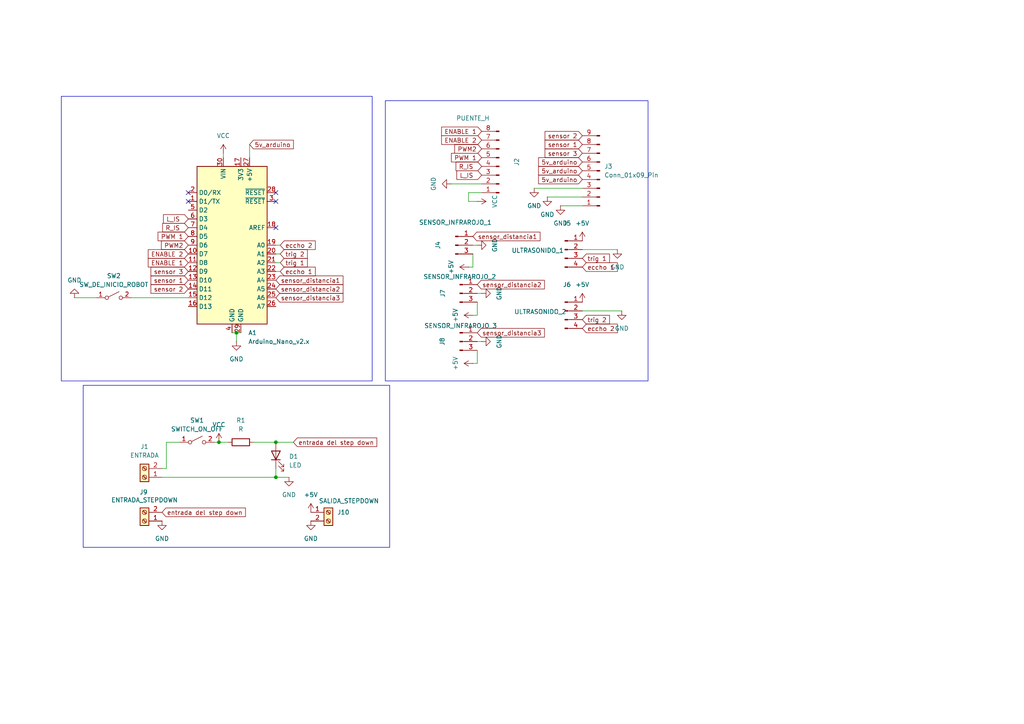
<source format=kicad_sch>
(kicad_sch (version 20250114) (generator "eeschema") (generator_version "9.0")
  (paper "A4")
  (lib_symbols
    (symbol "Connector:Conn_01x03_Pin" (pin_names (offset 1.016) (hide yes))
      (property "Reference" "J" (at 0 5.08 0))
      (property "Value" "Conn_01x03_Pin" (at 0 -5.08 0))
      (symbol "Conn_01x03_Pin_1_1"
        (rectangle (start 0.8636 2.667) (end 0 2.413) (stroke (width 0.1524)) (fill (type outline)))
        (rectangle (start 0.8636 0.127) (end 0 -0.127) (stroke (width 0.1524)) (fill (type outline)))
        (rectangle (start 0.8636 -2.413) (end 0 -2.667) (stroke (width 0.1524)) (fill (type outline)))
        (polyline (pts (xy 1.27 2.54) (xy 0.8636 2.54)) (stroke (width 0.1524)))
        (polyline (pts (xy 1.27 0) (xy 0.8636 0)) (stroke (width 0.1524)))
        (polyline (pts (xy 1.27 -2.54) (xy 0.8636 -2.54)) (stroke (width 0.1524)))
        (pin passive line (at 5.08 2.54 180) (length 3.81) (name "Pin_1") (number "1"))
        (pin passive line (at 5.08 0 180) (length 3.81) (name "Pin_2") (number "2"))
        (pin passive line (at 5.08 -2.54 180) (length 3.81) (name "Pin_3") (number "3"))
      )
    )
    (symbol "Connector:Conn_01x04_Pin" (pin_names (offset 1.016) (hide yes))
      (property "Reference" "J" (at 0 5.08 0))
      (property "Value" "Conn_01x04_Pin" (at 0 -7.62 0))
      (symbol "Conn_01x04_Pin_1_1"
        (rectangle (start 0.8636 2.667) (end 0 2.413) (stroke (width 0.1524)) (fill (type outline)))
        (rectangle (start 0.8636 0.127) (end 0 -0.127) (stroke (width 0.1524)) (fill (type outline)))
        (rectangle (start 0.8636 -2.413) (end 0 -2.667) (stroke (width 0.1524)) (fill (type outline)))
        (rectangle (start 0.8636 -4.953) (end 0 -5.207) (stroke (width 0.1524)) (fill (type outline)))
        (polyline (pts (xy 1.27 2.54) (xy 0.8636 2.54)) (stroke (width 0.1524)))
        (polyline (pts (xy 1.27 0) (xy 0.8636 0)) (stroke (width 0.1524)))
        (polyline (pts (xy 1.27 -2.54) (xy 0.8636 -2.54)) (stroke (width 0.1524)))
        (polyline (pts (xy 1.27 -5.08) (xy 0.8636 -5.08)) (stroke (width 0.1524)))
        (pin passive line (at 5.08 2.54 180) (length 3.81) (name "Pin_1") (number "1"))
        (pin passive line (at 5.08 0 180) (length 3.81) (name "Pin_2") (number "2"))
        (pin passive line (at 5.08 -2.54 180) (length 3.81) (name "Pin_3") (number "3"))
        (pin passive line (at 5.08 -5.08 180) (length 3.81) (name "Pin_4") (number "4"))
      )
    )
    (symbol "Connector:Conn_01x08_Pin" (pin_names (offset 1.016) (hide yes))
      (property "Reference" "J" (at 0 10.16 0))
      (property "Value" "Conn_01x08_Pin" (at 0 -12.7 0))
      (symbol "Conn_01x08_Pin_1_1"
        (rectangle (start 0.8636 7.747) (end 0 7.493) (stroke (width 0.1524)) (fill (type outline)))
        (rectangle (start 0.8636 5.207) (end 0 4.953) (stroke (width 0.1524)) (fill (type outline)))
        (rectangle (start 0.8636 2.667) (end 0 2.413) (stroke (width 0.1524)) (fill (type outline)))
        (rectangle (start 0.8636 0.127) (end 0 -0.127) (stroke (width 0.1524)) (fill (type outline)))
        (rectangle (start 0.8636 -2.413) (end 0 -2.667) (stroke (width 0.1524)) (fill (type outline)))
        (rectangle (start 0.8636 -4.953) (end 0 -5.207) (stroke (width 0.1524)) (fill (type outline)))
        (rectangle (start 0.8636 -7.493) (end 0 -7.747) (stroke (width 0.1524)) (fill (type outline)))
        (rectangle (start 0.8636 -10.033) (end 0 -10.287) (stroke (width 0.1524)) (fill (type outline)))
        (polyline (pts (xy 1.27 7.62) (xy 0.8636 7.62)) (stroke (width 0.1524)))
        (polyline (pts (xy 1.27 5.08) (xy 0.8636 5.08)) (stroke (width 0.1524)))
        (polyline (pts (xy 1.27 2.54) (xy 0.8636 2.54)) (stroke (width 0.1524)))
        (polyline (pts (xy 1.27 0) (xy 0.8636 0)) (stroke (width 0.1524)))
        (polyline (pts (xy 1.27 -2.54) (xy 0.8636 -2.54)) (stroke (width 0.1524)))
        (polyline (pts (xy 1.27 -5.08) (xy 0.8636 -5.08)) (stroke (width 0.1524)))
        (polyline (pts (xy 1.27 -7.62) (xy 0.8636 -7.62)) (stroke (width 0.1524)))
        (polyline (pts (xy 1.27 -10.16) (xy 0.8636 -10.16)) (stroke (width 0.1524)))
        (pin passive line (at 5.08 7.62 180) (length 3.81) (name "Pin_1") (number "1"))
        (pin passive line (at 5.08 5.08 180) (length 3.81) (name "Pin_2") (number "2"))
        (pin passive line (at 5.08 2.54 180) (length 3.81) (name "Pin_3") (number "3"))
        (pin passive line (at 5.08 0 180) (length 3.81) (name "Pin_4") (number "4"))
        (pin passive line (at 5.08 -2.54 180) (length 3.81) (name "Pin_5") (number "5"))
        (pin passive line (at 5.08 -5.08 180) (length 3.81) (name "Pin_6") (number "6"))
        (pin passive line (at 5.08 -7.62 180) (length 3.81) (name "Pin_7") (number "7"))
        (pin passive line (at 5.08 -10.16 180) (length 3.81) (name "Pin_8") (number "8"))
      )
    )
    (symbol "Connector:Conn_01x09_Pin" (pin_names (offset 1.016) (hide yes))
      (property "Reference" "J" (at 0 12.7 0))
      (property "Value" "Conn_01x09_Pin" (at 0 -12.7 0))
      (symbol "Conn_01x09_Pin_1_1"
        (rectangle (start 0.8636 10.287) (end 0 10.033) (stroke (width 0.1524)) (fill (type outline)))
        (rectangle (start 0.8636 7.747) (end 0 7.493) (stroke (width 0.1524)) (fill (type outline)))
        (rectangle (start 0.8636 5.207) (end 0 4.953) (stroke (width 0.1524)) (fill (type outline)))
        (rectangle (start 0.8636 2.667) (end 0 2.413) (stroke (width 0.1524)) (fill (type outline)))
        (rectangle (start 0.8636 0.127) (end 0 -0.127) (stroke (width 0.1524)) (fill (type outline)))
        (rectangle (start 0.8636 -2.413) (end 0 -2.667) (stroke (width 0.1524)) (fill (type outline)))
        (rectangle (start 0.8636 -4.953) (end 0 -5.207) (stroke (width 0.1524)) (fill (type outline)))
        (rectangle (start 0.8636 -7.493) (end 0 -7.747) (stroke (width 0.1524)) (fill (type outline)))
        (rectangle (start 0.8636 -10.033) (end 0 -10.287) (stroke (width 0.1524)) (fill (type outline)))
        (polyline (pts (xy 1.27 10.16) (xy 0.8636 10.16)) (stroke (width 0.1524)))
        (polyline (pts (xy 1.27 7.62) (xy 0.8636 7.62)) (stroke (width 0.1524)))
        (polyline (pts (xy 1.27 5.08) (xy 0.8636 5.08)) (stroke (width 0.1524)))
        (polyline (pts (xy 1.27 2.54) (xy 0.8636 2.54)) (stroke (width 0.1524)))
        (polyline (pts (xy 1.27 0) (xy 0.8636 0)) (stroke (width 0.1524)))
        (polyline (pts (xy 1.27 -2.54) (xy 0.8636 -2.54)) (stroke (width 0.1524)))
        (polyline (pts (xy 1.27 -5.08) (xy 0.8636 -5.08)) (stroke (width 0.1524)))
        (polyline (pts (xy 1.27 -7.62) (xy 0.8636 -7.62)) (stroke (width 0.1524)))
        (polyline (pts (xy 1.27 -10.16) (xy 0.8636 -10.16)) (stroke (width 0.1524)))
        (pin passive line (at 5.08 10.16 180) (length 3.81) (name "Pin_1") (number "1"))
        (pin passive line (at 5.08 7.62 180) (length 3.81) (name "Pin_2") (number "2"))
        (pin passive line (at 5.08 5.08 180) (length 3.81) (name "Pin_3") (number "3"))
        (pin passive line (at 5.08 2.54 180) (length 3.81) (name "Pin_4") (number "4"))
        (pin passive line (at 5.08 0 180) (length 3.81) (name "Pin_5") (number "5"))
        (pin passive line (at 5.08 -2.54 180) (length 3.81) (name "Pin_6") (number "6"))
        (pin passive line (at 5.08 -5.08 180) (length 3.81) (name "Pin_7") (number "7"))
        (pin passive line (at 5.08 -7.62 180) (length 3.81) (name "Pin_8") (number "8"))
        (pin passive line (at 5.08 -10.16 180) (length 3.81) (name "Pin_9") (number "9"))
      )
    )
    (symbol "Connector:Screw_Terminal_01x02" (pin_names (offset 1.016) (hide yes))
      (property "Reference" "J" (at 0 2.54 0))
      (property "Value" "Screw_Terminal_01x02" (at 0 -5.08 0))
      (symbol "Screw_Terminal_01x02_1_1"
        (rectangle (start -1.27 1.27) (end 1.27 -3.81) (stroke (width 0.254)) (fill (type background)))
        (polyline (pts (xy -0.5334 0.3302) (xy 0.3302 -0.508)) (stroke (width 0.1524)))
        (polyline (pts (xy -0.5334 -2.2098) (xy 0.3302 -3.048)) (stroke (width 0.1524)))
        (polyline (pts (xy -0.3556 0.508) (xy 0.508 -0.3302)) (stroke (width 0.1524)))
        (polyline (pts (xy -0.3556 -2.032) (xy 0.508 -2.8702)) (stroke (width 0.1524)))
        (circle (center 0 0) (radius 0.635) (stroke (width 0.1524)))
        (circle (center 0 -2.54) (radius 0.635) (stroke (width 0.1524)))
        (pin passive line (at -5.08 0 0) (length 3.81) (name "Pin_1") (number "1"))
        (pin passive line (at -5.08 -2.54 0) (length 3.81) (name "Pin_2") (number "2"))
      )
    )
    (symbol "Device:LED" (pin_numbers (hide yes)) (pin_names (offset 1.016) (hide yes))
      (property "Reference" "D" (at 0 2.54 0))
      (property "Value" "LED" (at 0 -2.54 0))
      (symbol "LED_0_1"
        (polyline (pts (xy -3.048 -0.762) (xy -4.572 -2.286) (xy -3.81 -2.286) (xy -4.572 -2.286) (xy -4.572 -1.524)))
        (polyline (pts (xy -1.778 -0.762) (xy -3.302 -2.286) (xy -2.54 -2.286) (xy -3.302 -2.286) (xy -3.302 -1.524)))
        (polyline (pts (xy -1.27 0) (xy 1.27 0)))
        (polyline (pts (xy -1.27 -1.27) (xy -1.27 1.27)) (stroke (width 0.254)))
        (polyline (pts (xy 1.27 -1.27) (xy 1.27 1.27) (xy -1.27 0) (xy 1.27 -1.27)) (stroke (width 0.254)))
      )
      (symbol "LED_1_1"
        (pin passive line (at -3.81 0 0) (length 2.54) (name "K") (number "1"))
        (pin passive line (at 3.81 0 180) (length 2.54) (name "A") (number "2"))
      )
    )
    (symbol "Device:R" (pin_numbers (hide yes)) (pin_names (offset 0))
      (property "Reference" "R" (at 2.032 0 90))
      (property "Value" "R" (at 0 0 90))
      (symbol "R_0_1"
        (rectangle (start -1.016 -2.54) (end 1.016 2.54) (stroke (width 0.254)))
      )
      (symbol "R_1_1"
        (pin passive line (at 0 3.81 270) (length 1.27) (name "~") (number "1"))
        (pin passive line (at 0 -3.81 90) (length 1.27) (name "~") (number "2"))
      )
    )
    (symbol "MCU_Module:Arduino_Nano_v2.x"
      (property "Reference" "A" (at -10.16 23.495 0))
      (property "Value" "Arduino_Nano_v2.x" (at 5.08 -24.13 0))
      (symbol "Arduino_Nano_v2.x_0_1"
        (rectangle (start -10.16 22.86) (end 10.16 -22.86) (stroke (width 0.254)) (fill (type background)))
      )
      (symbol "Arduino_Nano_v2.x_1_1"
        (pin bidirectional line (at -12.7 15.24 0) (length 2.54) (name "D0/RX") (number "2"))
        (pin bidirectional line (at -12.7 12.7 0) (length 2.54) (name "D1/TX") (number "1"))
        (pin bidirectional line (at -12.7 10.16 0) (length 2.54) (name "D2") (number "5"))
        (pin bidirectional line (at -12.7 7.62 0) (length 2.54) (name "D3") (number "6"))
        (pin bidirectional line (at -12.7 5.08 0) (length 2.54) (name "D4") (number "7"))
        (pin bidirectional line (at -12.7 2.54 0) (length 2.54) (name "D5") (number "8"))
        (pin bidirectional line (at -12.7 0 0) (length 2.54) (name "D6") (number "9"))
        (pin bidirectional line (at -12.7 -2.54 0) (length 2.54) (name "D7") (number "10"))
        (pin bidirectional line (at -12.7 -5.08 0) (length 2.54) (name "D8") (number "11"))
        (pin bidirectional line (at -12.7 -7.62 0) (length 2.54) (name "D9") (number "12"))
        (pin bidirectional line (at -12.7 -10.16 0) (length 2.54) (name "D10") (number "13"))
        (pin bidirectional line (at -12.7 -12.7 0) (length 2.54) (name "D11") (number "14"))
        (pin bidirectional line (at -12.7 -15.24 0) (length 2.54) (name "D12") (number "15"))
        (pin bidirectional line (at -12.7 -17.78 0) (length 2.54) (name "D13") (number "16"))
        (pin power_in line (at -2.54 25.4 270) (length 2.54) (name "VIN") (number "30"))
        (pin power_in line (at 0 -25.4 90) (length 2.54) (name "GND") (number "4"))
        (pin power_out line (at 2.54 25.4 270) (length 2.54) (name "3V3") (number "17"))
        (pin power_in line (at 2.54 -25.4 90) (length 2.54) (name "GND") (number "29"))
        (pin power_out line (at 5.08 25.4 270) (length 2.54) (name "+5V") (number "27"))
        (pin input line (at 12.7 15.24 180) (length 2.54) (name "~{RESET}") (number "28"))
        (pin input line (at 12.7 12.7 180) (length 2.54) (name "~{RESET}") (number "3"))
        (pin input line (at 12.7 5.08 180) (length 2.54) (name "AREF") (number "18"))
        (pin bidirectional line (at 12.7 0 180) (length 2.54) (name "A0") (number "19"))
        (pin bidirectional line (at 12.7 -2.54 180) (length 2.54) (name "A1") (number "20"))
        (pin bidirectional line (at 12.7 -5.08 180) (length 2.54) (name "A2") (number "21"))
        (pin bidirectional line (at 12.7 -7.62 180) (length 2.54) (name "A3") (number "22"))
        (pin bidirectional line (at 12.7 -10.16 180) (length 2.54) (name "A4") (number "23"))
        (pin bidirectional line (at 12.7 -12.7 180) (length 2.54) (name "A5") (number "24"))
        (pin bidirectional line (at 12.7 -15.24 180) (length 2.54) (name "A6") (number "25"))
        (pin bidirectional line (at 12.7 -17.78 180) (length 2.54) (name "A7") (number "26"))
      )
    )
    (symbol "Switch:SW_SPST" (pin_names (offset 0) (hide yes))
      (property "Reference" "SW" (at 0 3.175 0))
      (property "Value" "SW_SPST" (at 0 -2.54 0))
      (symbol "SW_SPST_0_0"
        (circle (center -2.032 0) (radius 0.508))
        (polyline (pts (xy -1.524 0.254) (xy 1.524 1.778)))
        (circle (center 2.032 0) (radius 0.508))
      )
      (symbol "SW_SPST_1_1"
        (pin passive line (at -5.08 0 0) (length 2.54) (name "A") (number "1"))
        (pin passive line (at 5.08 0 180) (length 2.54) (name "B") (number "2"))
      )
    )
    (symbol "power:+5V" (power) (pin_numbers (hide yes)) (pin_names (offset 0) (hide yes))
      (property "Value" "+5V" (at 0 3.556 0))
      (symbol "+5V_0_1"
        (polyline (pts (xy -0.762 1.27) (xy 0 2.54)))
        (polyline (pts (xy 0 2.54) (xy 0.762 1.27)))
        (polyline (pts (xy 0 0) (xy 0 2.54)))
      )
      (symbol "+5V_1_1"
        (pin power_in line (at 0 0 90) (length 0) (name "~") (number "1"))
      )
    )
    (symbol "power:GND" (power) (pin_numbers (hide yes)) (pin_names (offset 0) (hide yes))
      (property "Value" "GND" (at 0 -3.81 0))
      (symbol "GND_0_1"
        (polyline (pts (xy 0 0) (xy 0 -1.27) (xy 1.27 -1.27) (xy 0 -2.54) (xy -1.27 -1.27) (xy 0 -1.27)))
      )
      (symbol "GND_1_1"
        (pin power_in line (at 0 0 270) (length 0) (name "~") (number "1"))
      )
    )
    (symbol "power:VCC" (power) (pin_numbers (hide yes)) (pin_names (offset 0) (hide yes))
      (property "Value" "VCC" (at 0 3.556 0))
      (symbol "VCC_0_1"
        (polyline (pts (xy -0.762 1.27) (xy 0 2.54)))
        (polyline (pts (xy 0 2.54) (xy 0.762 1.27)))
        (polyline (pts (xy 0 0) (xy 0 2.54)))
      )
      (symbol "VCC_1_1"
        (pin power_in line (at 0 0 90) (length 0) (name "~") (number "1"))
      )
    )
  )
  (rectangle (start 17.78 27.94) (end 107.95 110.49))
  (rectangle (start 111.76 29.21) (end 187.96 110.49))
  (rectangle (start 24.13 111.76) (end 113.03 158.75))
  (junction (at 68.58 96.52))
  (junction (at 63.5 128.27))
  (junction (at 80.01 128.27))
  (junction (at 80.01 138.43))
  (no_connect (at 80.01 66.04))
  (no_connect (at 54.61 55.88))
  (no_connect (at 80.01 58.42))
  (no_connect (at 54.61 58.42))
  (no_connect (at 80.01 55.88))
  (wire (pts (xy 69.85 96.52) (xy 68.58 96.52)))
  (wire (pts (xy 138.43 105.41) (xy 138.43 101.6)))
  (wire (pts (xy 138.43 91.44) (xy 138.43 87.63)))
  (wire (pts (xy 139.7 85.09) (xy 138.43 85.09)))
  (wire (pts (xy 62.23 128.27) (xy 63.5 128.27)))
  (wire (pts (xy 83.82 138.43) (xy 80.01 138.43)))
  (wire (pts (xy 135.89 55.88) (xy 135.89 58.42)))
  (wire (pts (xy 64.77 44.45) (xy 64.77 45.72)))
  (wire (pts (xy 154.94 54.61) (xy 168.91 54.61)))
  (wire (pts (xy 73.66 128.27) (xy 80.01 128.27)))
  (wire (pts (xy 137.16 105.41) (xy 138.43 105.41)))
  (wire (pts (xy 48.26 135.89) (xy 46.99 135.89)))
  (wire (pts (xy 158.75 57.15) (xy 168.91 57.15)))
  (wire (pts (xy 135.89 58.42) (xy 138.43 58.42)))
  (wire (pts (xy 46.99 138.43) (xy 80.01 138.43)))
  (wire (pts (xy 85.09 128.27) (xy 80.01 128.27)))
  (wire (pts (xy 38.1 86.36) (xy 54.61 86.36)))
  (wire (pts (xy 48.26 128.27) (xy 48.26 135.89)))
  (wire (pts (xy 63.5 128.27) (xy 66.04 128.27)))
  (wire (pts (xy 137.16 91.44) (xy 138.43 91.44)))
  (wire (pts (xy 139.7 99.06) (xy 138.43 99.06)))
  (wire (pts (xy 72.39 41.91) (xy 72.39 45.72)))
  (wire (pts (xy 137.16 77.47) (xy 137.16 73.66)))
  (wire (pts (xy 52.07 128.27) (xy 48.26 128.27)))
  (wire (pts (xy 27.94 86.36) (xy 21.59 86.36)))
  (wire (pts (xy 80.01 78.74) (xy 81.28 78.74)))
  (wire (pts (xy 68.58 96.52) (xy 67.31 96.52)))
  (wire (pts (xy 68.58 99.06) (xy 68.58 96.52)))
  (wire (pts (xy 80.01 76.2) (xy 81.28 76.2)))
  (wire (pts (xy 80.01 73.66) (xy 81.28 73.66)))
  (wire (pts (xy 130.81 53.34) (xy 139.7 53.34)))
  (wire (pts (xy 135.89 77.47) (xy 137.16 77.47)))
  (wire (pts (xy 180.34 90.17) (xy 168.91 90.17)))
  (wire (pts (xy 135.89 55.88) (xy 139.7 55.88)))
  (wire (pts (xy 179.07 72.39) (xy 168.91 72.39)))
  (wire (pts (xy 80.01 135.89) (xy 80.01 138.43)))
  (wire (pts (xy 138.43 71.12) (xy 137.16 71.12)))
  (wire (pts (xy 162.56 59.69) (xy 168.91 59.69)))
  (wire (pts (xy 80.01 71.12) (xy 81.28 71.12)))
  (global_label "sensor 2" (shape input) (at 54.61 83.82 180) (property "Intersheetrefs" "${INTERSHEET_REFS}" (effects (hide yes))))
  (global_label "entrada del step down" (shape input) (at 85.09 128.27 0) (property "Intersheetrefs" "${INTERSHEET_REFS}" (effects (hide yes))))
  (global_label "sensor_distancia3" (shape input) (at 80.01 86.36 0) (property "Intersheetrefs" "${INTERSHEET_REFS}" (effects (hide yes))))
  (global_label "sensor 3" (shape input) (at 54.61 78.74 180) (property "Intersheetrefs" "${INTERSHEET_REFS}" (effects (hide yes))))
  (global_label "L_IS " (shape input) (at 54.61 63.5 180) (property "Intersheetrefs" "${INTERSHEET_REFS}" (effects (hide yes))))
  (global_label "eccho 1" (shape input) (at 168.91 77.47 0) (property "Intersheetrefs" "${INTERSHEET_REFS}" (effects (hide yes))))
  (global_label "R_IS " (shape input) (at 139.7 48.26 180) (property "Intersheetrefs" "${INTERSHEET_REFS}" (effects (hide yes))))
  (global_label "ENABLE 2" (shape input) (at 54.61 73.66 180) (property "Intersheetrefs" "${INTERSHEET_REFS}" (effects (hide yes))))
  (global_label "sensor_distancia1" (shape input) (at 80.01 81.28 0) (property "Intersheetrefs" "${INTERSHEET_REFS}" (effects (hide yes))))
  (global_label "trig 1" (shape input) (at 168.91 74.93 0) (property "Intersheetrefs" "${INTERSHEET_REFS}" (effects (hide yes))))
  (global_label "sensor_distancia1" (shape input) (at 137.16 68.58 0) (property "Intersheetrefs" "${INTERSHEET_REFS}" (effects (hide yes))))
  (global_label "PWM 1" (shape input) (at 139.7 45.72 180) (property "Intersheetrefs" "${INTERSHEET_REFS}" (effects (hide yes))))
  (global_label "PWM 1" (shape input) (at 54.61 68.58 180) (property "Intersheetrefs" "${INTERSHEET_REFS}" (effects (hide yes))))
  (global_label "sensor_distancia2" (shape input) (at 80.01 83.82 0) (property "Intersheetrefs" "${INTERSHEET_REFS}" (effects (hide yes))))
  (global_label "entrada del step down" (shape input) (at 46.99 148.59 0) (property "Intersheetrefs" "${INTERSHEET_REFS}" (effects (hide yes))))
  (global_label "R_IS " (shape input) (at 54.61 66.04 180) (property "Intersheetrefs" "${INTERSHEET_REFS}" (effects (hide yes))))
  (global_label "trig 1" (shape input) (at 81.28 76.2 0) (property "Intersheetrefs" "${INTERSHEET_REFS}" (effects (hide yes))))
  (global_label "eccho 1" (shape input) (at 81.28 78.74 0) (property "Intersheetrefs" "${INTERSHEET_REFS}" (effects (hide yes))))
  (global_label "ENABLE 1" (shape input) (at 54.61 76.2 180) (property "Intersheetrefs" "${INTERSHEET_REFS}" (effects (hide yes))))
  (global_label "PWM2" (shape input) (at 54.61 71.12 180) (property "Intersheetrefs" "${INTERSHEET_REFS}" (effects (hide yes))))
  (global_label "L_IS " (shape input) (at 139.7 50.8 180) (property "Intersheetrefs" "${INTERSHEET_REFS}" (effects (hide yes))))
  (global_label "5v_arduino" (shape input) (at 72.39 41.91 0) (property "Intersheetrefs" "${INTERSHEET_REFS}" (effects (hide yes))))
  (global_label "sensor 3" (shape input) (at 168.91 44.45 180) (property "Intersheetrefs" "${INTERSHEET_REFS}" (effects (hide yes))))
  (global_label "eccho 2" (shape input) (at 81.28 71.12 0) (property "Intersheetrefs" "${INTERSHEET_REFS}" (effects (hide yes))))
  (global_label "sensor_distancia3" (shape input) (at 138.43 96.52 0) (property "Intersheetrefs" "${INTERSHEET_REFS}" (effects (hide yes))))
  (global_label "ENABLE 1" (shape input) (at 139.7 38.1 180) (property "Intersheetrefs" "${INTERSHEET_REFS}" (effects (hide yes))))
  (global_label "trig 2" (shape input) (at 81.28 73.66 0) (property "Intersheetrefs" "${INTERSHEET_REFS}" (effects (hide yes))))
  (global_label "sensor 1" (shape input) (at 168.91 41.91 180) (property "Intersheetrefs" "${INTERSHEET_REFS}" (effects (hide yes))))
  (global_label "PWM2" (shape input) (at 139.7 43.18 180) (property "Intersheetrefs" "${INTERSHEET_REFS}" (effects (hide yes))))
  (global_label "5v_arduino" (shape input) (at 168.91 46.99 180) (property "Intersheetrefs" "${INTERSHEET_REFS}" (effects (hide yes))))
  (global_label "5v_arduino" (shape input) (at 168.91 52.07 180) (property "Intersheetrefs" "${INTERSHEET_REFS}" (effects (hide yes))))
  (global_label "trig 2" (shape input) (at 168.91 92.71 0) (property "Intersheetrefs" "${INTERSHEET_REFS}" (effects (hide yes))))
  (global_label "sensor 1" (shape input) (at 54.61 81.28 180) (property "Intersheetrefs" "${INTERSHEET_REFS}" (effects (hide yes))))
  (global_label "sensor 2" (shape input) (at 168.91 39.37 180) (property "Intersheetrefs" "${INTERSHEET_REFS}" (effects (hide yes))))
  (global_label "5v_arduino" (shape input) (at 168.91 49.53 180) (property "Intersheetrefs" "${INTERSHEET_REFS}" (effects (hide yes))))
  (global_label "ENABLE 2" (shape input) (at 139.7 40.64 180) (property "Intersheetrefs" "${INTERSHEET_REFS}" (effects (hide yes))))
  (global_label "eccho 2" (shape input) (at 168.91 95.25 0) (property "Intersheetrefs" "${INTERSHEET_REFS}" (effects (hide yes))))
  (global_label "sensor_distancia2" (shape input) (at 138.43 82.55 0) (property "Intersheetrefs" "${INTERSHEET_REFS}" (effects (hide yes))))
  (symbol (lib_id "power:GND") (at 46.99 151.13 0) (unit 1)
    (property "Reference" "#PWR06" (effects (hide yes)))
    (property "Value" "GND" (at 46.99 156.21 0))
    (property "Description" "Power symbol creates a global label with name \"GND\" , ground" (effects (hide yes)))
  )
  (symbol (lib_id "Connector:Conn_01x08_Pin") (at 144.78 48.26 180) (unit 1)
    (property "Reference" "J2" (at 149.86 46.99 90))
    (property "Value" "PUENTE_H" (at 137.16 34.29 0))
    (property "Footprint" "Connector_PinSocket_2.54mm:PinSocket_1x08_P2.54mm_Vertical" (effects (hide yes)))
    (property "Description" "Generic connector, single row, 01x08, script generated" (effects (hide yes)))
  )
  (symbol (lib_id "MCU_Module:Arduino_Nano_v2.x") (at 67.31 71.12 0) (unit 1)
    (property "Reference" "A1" (at 71.9933 96.52 0) (effects (justify left)))
    (property "Value" "Arduino_Nano_v2.x" (at 71.9933 99.06 0) (effects (justify left)))
    (property "Footprint" "Module:Arduino_Nano" (effects (hide yes)))
    (property "Datasheet" "https://www.arduino.cc/en/uploads/Main/ArduinoNanoManual23.pdf" (effects (hide yes)))
    (property "Description" "Arduino Nano v2.x" (effects (hide yes)))
  )
  (symbol (lib_id "power:+5V") (at 168.91 69.85 0) (unit 1)
    (property "Reference" "#PWR016" (effects (hide yes)))
    (property "Value" "+5V" (at 168.91 64.77 0))
    (property "Description" "Power symbol creates a global label with name \"+5V\"" (effects (hide yes)))
  )
  (symbol (lib_id "Connector:Conn_01x09_Pin") (at 173.99 49.53 180) (unit 1)
    (property "Reference" "J3" (at 175.26 48.2599 0) (effects (justify right)))
    (property "Value" "Conn_01x09_Pin" (at 175.26 50.7999 0) (effects (justify right)))
    (property "Footprint" "Connector_PinSocket_2.54mm:PinSocket_1x09_P2.54mm_Vertical" (effects (hide yes)))
    (property "Description" "Generic connector, single row, 01x09, script generated" (effects (hide yes)))
  )
  (symbol (lib_id "power:+5V") (at 137.16 105.41 90) (unit 1)
    (property "Reference" "#PWR019" (effects (hide yes)))
    (property "Value" "+5V" (at 132.08 105.41 0))
    (property "Description" "Power symbol creates a global label with name \"+5V\"" (effects (hide yes)))
  )
  (symbol (lib_id "power:GND") (at 139.7 85.09 90) (unit 1)
    (property "Reference" "#PWR018" (effects (hide yes)))
    (property "Value" "GND" (at 144.78 85.09 0))
    (property "Description" "Power symbol creates a global label with name \"GND\" , ground" (effects (hide yes)))
  )
  (symbol (lib_id "Switch:SW_SPST") (at 33.02 86.36 0) (unit 1)
    (property "Reference" "SW2" (at 33.02 80.01 0))
    (property "Value" "SW_DE_INICIO_ROBOT" (at 33.02 82.55 0))
    (property "Footprint" "Button_Switch_THT:SW_Tactile_Straight_KSA0Axx1LFTR" (effects (hide yes)))
    (property "Description" "Single Pole Single Throw (SPST) switch" (effects (hide yes)))
  )
  (symbol (lib_id "Connector:Conn_01x03_Pin") (at 133.35 85.09 0) (unit 1)
    (property "Reference" "J7" (at 128.4082 85.09 90))
    (property "Value" "SENSOR_INFRAROJO_2" (at 133.35 80.264 0))
    (property "Footprint" "Connector_PinSocket_2.54mm:PinSocket_1x03_P2.54mm_Vertical" (effects (hide yes)))
    (property "Description" "Generic connector, single row, 01x03, script generated" (effects (hide yes)))
  )
  (symbol (lib_id "Switch:SW_SPST") (at 57.15 128.27 0) (unit 1)
    (property "Reference" "SW1" (at 57.15 121.92 0))
    (property "Value" "SWITCH_ON_OFF" (at 57.15 124.46 0))
    (property "Footprint" "llave depalanca:SW_100SP1T1B1M1QEH" (effects (hide yes)))
    (property "Description" "Single Pole Single Throw (SPST) switch" (effects (hide yes)))
  )
  (symbol (lib_id "power:GND") (at 154.94 54.61 0) (unit 1)
    (property "Reference" "#PWR08" (effects (hide yes)))
    (property "Value" "GND" (at 154.94 59.69 0))
    (property "Description" "Power symbol creates a global label with name \"GND\" , ground" (effects (hide yes)))
  )
  (symbol (lib_id "power:GND") (at 90.17 151.13 0) (unit 1)
    (property "Reference" "#PWR023" (effects (hide yes)))
    (property "Value" "GND" (at 90.17 156.21 0))
    (property "Description" "Power symbol creates a global label with name \"GND\" , ground" (effects (hide yes)))
  )
  (symbol (lib_id "Connector:Screw_Terminal_01x02") (at 41.91 151.13 180) (unit 1)
    (property "Reference" "J9" (at 41.656 142.748 0))
    (property "Value" "ENTRADA_STEPDOWN" (at 41.91 145.034 0))
    (property "Footprint" "TerminalBlock:TerminalBlock_Altech_AK300-2_P5.00mm" (effects (hide yes)))
    (property "Description" "Generic screw terminal, single row, 01x02, script generated (kicad-library-utils/schlib/autogen/connector/)" (effects (hide yes)))
  )
  (symbol (lib_id "Device:LED") (at 80.01 132.08 90) (unit 1)
    (property "Reference" "D1" (at 83.82 132.3974 90) (effects (justify right)))
    (property "Value" "LED" (at 83.82 134.9374 90) (effects (justify right)))
    (property "Footprint" "Inductor_SMD:L_0805_2012Metric_Pad1.15x1.40mm_HandSolder" (effects (hide yes)))
    (property "Description" "Light emitting diode" (effects (hide yes)))
    (property "Sim.Pins" "1=K 2=A" (effects (hide yes)))
  )
  (symbol (lib_id "Connector:Conn_01x04_Pin") (at 163.83 72.39 0) (unit 1)
    (property "Reference" "J5" (at 164.465 64.77 0))
    (property "Value" "ULTRASONIDO_1" (at 155.956 72.644 0))
    (property "Footprint" "Connector_PinHeader_2.54mm:PinHeader_1x04_P2.54mm_Vertical" (effects (hide yes)))
    (property "Description" "Generic connector, single row, 01x04, script generated" (effects (hide yes)))
  )
  (symbol (lib_id "power:GND") (at 158.75 57.15 0) (unit 1)
    (property "Reference" "#PWR013" (effects (hide yes)))
    (property "Value" "GND" (at 158.75 62.23 0))
    (property "Description" "Power symbol creates a global label with name \"GND\" , ground" (effects (hide yes)))
  )
  (symbol (lib_id "Connector:Screw_Terminal_01x02") (at 95.25 148.59 0) (unit 1)
    (property "Reference" "J10" (at 97.79 148.5899 0) (effects (justify left)))
    (property "Value" "SALIDA_STEPDOWN" (at 92.456 145.288 0) (effects (justify left)))
    (property "Footprint" "TerminalBlock:TerminalBlock_Altech_AK300-2_P5.00mm" (effects (hide yes)))
    (property "Description" "Generic screw terminal, single row, 01x02, script generated (kicad-library-utils/schlib/autogen/connector/)" (effects (hide yes)))
  )
  (symbol (lib_id "power:VCC") (at 63.5 128.27 0) (unit 1)
    (property "Reference" "#PWR010" (effects (hide yes)))
    (property "Value" "VCC" (at 63.5 123.19 0))
    (property "Description" "Power symbol creates a global label with name \"VCC\"" (effects (hide yes)))
  )
  (symbol (lib_id "power:GND") (at 68.58 99.06 0) (unit 1)
    (property "Reference" "#PWR05" (effects (hide yes)))
    (property "Value" "GND" (at 68.58 104.14 0))
    (property "Description" "Power symbol creates a global label with name \"GND\" , ground" (effects (hide yes)))
  )
  (symbol (lib_id "power:+5V") (at 137.16 91.44 90) (unit 1)
    (property "Reference" "#PWR017" (effects (hide yes)))
    (property "Value" "+5V" (at 132.08 91.44 0))
    (property "Description" "Power symbol creates a global label with name \"+5V\"" (effects (hide yes)))
  )
  (symbol (lib_id "power:GND") (at 130.81 53.34 270) (unit 1)
    (property "Reference" "#PWR01" (effects (hide yes)))
    (property "Value" "GND" (at 125.73 53.34 0))
    (property "Description" "Power symbol creates a global label with name \"GND\" , ground" (effects (hide yes)))
  )
  (symbol (lib_id "power:GND") (at 139.7 99.06 90) (unit 1)
    (property "Reference" "#PWR020" (effects (hide yes)))
    (property "Value" "GND" (at 144.78 99.06 0))
    (property "Description" "Power symbol creates a global label with name \"GND\" , ground" (effects (hide yes)))
  )
  (symbol (lib_id "power:GND") (at 83.82 138.43 0) (unit 1)
    (property "Reference" "#PWR04" (effects (hide yes)))
    (property "Value" "GND" (at 83.82 143.51 0))
    (property "Description" "Power symbol creates a global label with name \"GND\" , ground" (effects (hide yes)))
  )
  (symbol (lib_id "Connector:Conn_01x03_Pin") (at 133.35 99.06 0) (unit 1)
    (property "Reference" "J8" (at 128.2701 99.06 90))
    (property "Value" "SENSOR_INFRAROJO_3" (at 133.604 94.488 0))
    (property "Footprint" "Connector_PinSocket_2.54mm:PinSocket_1x03_P2.54mm_Vertical" (effects (hide yes)))
    (property "Description" "Generic connector, single row, 01x03, script generated" (effects (hide yes)))
  )
  (symbol (lib_id "Connector:Conn_01x03_Pin") (at 132.08 71.12 0) (unit 1)
    (property "Reference" "J4" (at 127 71.12 90))
    (property "Value" "SENSOR_INFRAROJO_1" (at 132.08 64.516 0))
    (property "Footprint" "Connector_PinSocket_2.54mm:PinSocket_1x03_P2.54mm_Vertical" (effects (hide yes)))
    (property "Description" "Generic connector, single row, 01x03, script generated" (effects (hide yes)))
  )
  (symbol (lib_id "Device:R") (at 69.85 128.27 90) (unit 1)
    (property "Reference" "R1" (at 69.85 121.92 90))
    (property "Value" "R" (at 69.85 124.46 90))
    (property "Footprint" "Resistor_SMD:R_0805_2012Metric" (effects (hide yes)))
    (property "Description" "Resistor" (effects (hide yes)))
  )
  (symbol (lib_id "power:GND") (at 180.34 90.17 0) (unit 1)
    (property "Reference" "#PWR021" (effects (hide yes)))
    (property "Value" "GND" (at 180.34 95.25 0))
    (property "Description" "Power symbol creates a global label with name \"GND\" , ground" (effects (hide yes)))
  )
  (symbol (lib_id "power:GND") (at 162.56 59.69 0) (unit 1)
    (property "Reference" "#PWR014" (effects (hide yes)))
    (property "Value" "GND" (at 162.56 64.77 0))
    (property "Description" "Power symbol creates a global label with name \"GND\" , ground" (effects (hide yes)))
  )
  (symbol (lib_id "power:VCC") (at 138.43 58.42 270) (unit 1)
    (property "Reference" "#PWR02" (effects (hide yes)))
    (property "Value" "VCC" (at 143.51 58.42 0))
    (property "Description" "Power symbol creates a global label with name \"VCC\"" (effects (hide yes)))
  )
  (symbol (lib_id "Connector:Conn_01x04_Pin") (at 163.83 90.17 0) (unit 1)
    (property "Reference" "J6" (at 164.465 82.55 0))
    (property "Value" "ULTRASONIDO_2" (at 156.718 90.424 0))
    (property "Footprint" "Connector_PinHeader_2.54mm:PinHeader_1x04_P2.54mm_Vertical" (effects (hide yes)))
    (property "Description" "Generic connector, single row, 01x04, script generated" (effects (hide yes)))
  )
  (symbol (lib_id "power:+5V") (at 168.91 87.63 0) (unit 1)
    (property "Reference" "#PWR015" (effects (hide yes)))
    (property "Value" "+5V" (at 168.91 82.55 0))
    (property "Description" "Power symbol creates a global label with name \"+5V\"" (effects (hide yes)))
  )
  (symbol (lib_id "power:GND") (at 179.07 72.39 0) (unit 1)
    (property "Reference" "#PWR07" (effects (hide yes)))
    (property "Value" "GND" (at 179.07 77.47 0))
    (property "Description" "Power symbol creates a global label with name \"GND\" , ground" (effects (hide yes)))
  )
  (symbol (lib_id "power:VCC") (at 64.77 44.45 0) (unit 1)
    (property "Reference" "#PWR011" (effects (hide yes)))
    (property "Value" "VCC" (at 64.77 39.37 0))
    (property "Description" "Power symbol creates a global label with name \"VCC\"" (effects (hide yes)))
  )
  (symbol (lib_id "power:GND") (at 21.59 86.36 180) (unit 1)
    (property "Reference" "#PWR09" (effects (hide yes)))
    (property "Value" "GND" (at 21.59 81.28 0))
    (property "Description" "Power symbol creates a global label with name \"GND\" , ground" (effects (hide yes)))
  )
  (symbol (lib_id "power:GND") (at 138.43 71.12 90) (unit 1)
    (property "Reference" "#PWR012" (effects (hide yes)))
    (property "Value" "GND" (at 143.51 71.12 0))
    (property "Description" "Power symbol creates a global label with name \"GND\" , ground" (effects (hide yes)))
  )
  (symbol (lib_id "Connector:Screw_Terminal_01x02") (at 41.91 138.43 180) (unit 1)
    (property "Reference" "J1" (at 41.91 129.54 0))
    (property "Value" "ENTRADA" (at 41.91 132.08 0))
    (property "Footprint" "TerminalBlock:TerminalBlock_Altech_AK300-2_P5.00mm" (effects (hide yes)))
    (property "Description" "Generic screw terminal, single row, 01x02, script generated (kicad-library-utils/schlib/autogen/connector/)" (effects (hide yes)))
  )
  (symbol (lib_id "power:+5V") (at 90.17 148.59 0) (unit 1)
    (property "Reference" "#PWR022" (effects (hide yes)))
    (property "Value" "+5V" (at 90.17 143.51 0))
    (property "Description" "Power symbol creates a global label with name \"+5V\"" (effects (hide yes)))
  )
  (symbol (lib_id "power:+5V") (at 135.89 77.47 90) (unit 1)
    (property "Reference" "#PWR03" (effects (hide yes)))
    (property "Value" "+5V" (at 130.81 77.47 0))
    (property "Description" "Power symbol creates a global label with name \"+5V\"" (effects (hide yes)))
  )
)
</source>
